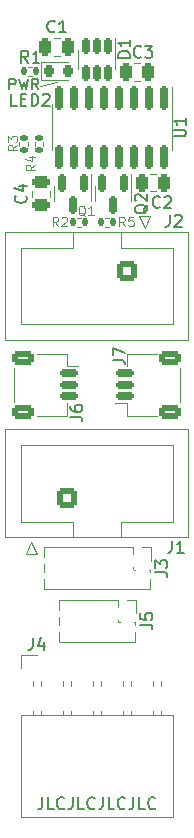
<source format=gto>
G04 #@! TF.GenerationSoftware,KiCad,Pcbnew,7.0.10*
G04 #@! TF.CreationDate,2024-01-06T05:40:09+01:00*
G04 #@! TF.ProjectId,universal-tc2030,756e6976-6572-4736-916c-2d7463323033,rev?*
G04 #@! TF.SameCoordinates,Original*
G04 #@! TF.FileFunction,Legend,Top*
G04 #@! TF.FilePolarity,Positive*
%FSLAX46Y46*%
G04 Gerber Fmt 4.6, Leading zero omitted, Abs format (unit mm)*
G04 Created by KiCad (PCBNEW 7.0.10) date 2024-01-06 05:40:09*
%MOMM*%
%LPD*%
G01*
G04 APERTURE LIST*
G04 Aperture macros list*
%AMRoundRect*
0 Rectangle with rounded corners*
0 $1 Rounding radius*
0 $2 $3 $4 $5 $6 $7 $8 $9 X,Y pos of 4 corners*
0 Add a 4 corners polygon primitive as box body*
4,1,4,$2,$3,$4,$5,$6,$7,$8,$9,$2,$3,0*
0 Add four circle primitives for the rounded corners*
1,1,$1+$1,$2,$3*
1,1,$1+$1,$4,$5*
1,1,$1+$1,$6,$7*
1,1,$1+$1,$8,$9*
0 Add four rect primitives between the rounded corners*
20,1,$1+$1,$2,$3,$4,$5,0*
20,1,$1+$1,$4,$5,$6,$7,0*
20,1,$1+$1,$6,$7,$8,$9,0*
20,1,$1+$1,$8,$9,$2,$3,0*%
G04 Aperture macros list end*
%ADD10C,0.150000*%
%ADD11C,0.120000*%
%ADD12C,0.135000*%
%ADD13R,1.700000X1.700000*%
%ADD14O,1.700000X1.700000*%
%ADD15C,0.500000*%
%ADD16RoundRect,0.150000X-0.150000X0.825000X-0.150000X-0.825000X0.150000X-0.825000X0.150000X0.825000X0*%
%ADD17RoundRect,0.150000X-0.150000X0.587500X-0.150000X-0.587500X0.150000X-0.587500X0.150000X0.587500X0*%
%ADD18RoundRect,0.135000X-0.135000X-0.185000X0.135000X-0.185000X0.135000X0.185000X-0.135000X0.185000X0*%
%ADD19RoundRect,0.250000X0.250000X0.475000X-0.250000X0.475000X-0.250000X-0.475000X0.250000X-0.475000X0*%
%ADD20R,1.000000X1.000000*%
%ADD21O,1.000000X1.000000*%
%ADD22R,0.600000X0.400000*%
%ADD23RoundRect,0.135000X0.185000X-0.135000X0.185000X0.135000X-0.185000X0.135000X-0.185000X-0.135000X0*%
%ADD24RoundRect,0.218750X-0.218750X-0.256250X0.218750X-0.256250X0.218750X0.256250X-0.218750X0.256250X0*%
%ADD25RoundRect,0.250000X0.600000X-0.600000X0.600000X0.600000X-0.600000X0.600000X-0.600000X-0.600000X0*%
%ADD26C,1.700000*%
%ADD27RoundRect,0.150000X-0.625000X0.150000X-0.625000X-0.150000X0.625000X-0.150000X0.625000X0.150000X0*%
%ADD28RoundRect,0.250000X-0.650000X0.350000X-0.650000X-0.350000X0.650000X-0.350000X0.650000X0.350000X0*%
%ADD29RoundRect,0.135000X0.135000X0.185000X-0.135000X0.185000X-0.135000X-0.185000X0.135000X-0.185000X0*%
%ADD30R,1.000000X7.410000*%
%ADD31R,1.000000X6.410000*%
%ADD32RoundRect,0.250000X-0.600000X0.600000X-0.600000X-0.600000X0.600000X-0.600000X0.600000X0.600000X0*%
%ADD33RoundRect,0.150000X-0.150000X0.512500X-0.150000X-0.512500X0.150000X-0.512500X0.150000X0.512500X0*%
%ADD34RoundRect,0.250000X0.475000X-0.250000X0.475000X0.250000X-0.475000X0.250000X-0.475000X-0.250000X0*%
%ADD35RoundRect,0.250000X-0.250000X-0.475000X0.250000X-0.475000X0.250000X0.475000X-0.250000X0.475000X0*%
%ADD36RoundRect,0.150000X0.625000X-0.150000X0.625000X0.150000X-0.625000X0.150000X-0.625000X-0.150000X0*%
%ADD37RoundRect,0.250000X0.650000X-0.350000X0.650000X0.350000X-0.650000X0.350000X-0.650000X-0.350000X0*%
G04 APERTURE END LIST*
D10*
X145380951Y-126269819D02*
X145380951Y-126984104D01*
X145380951Y-126984104D02*
X145333332Y-127126961D01*
X145333332Y-127126961D02*
X145238094Y-127222200D01*
X145238094Y-127222200D02*
X145095237Y-127269819D01*
X145095237Y-127269819D02*
X144999999Y-127269819D01*
X146333332Y-127269819D02*
X145857142Y-127269819D01*
X145857142Y-127269819D02*
X145857142Y-126269819D01*
X147238094Y-127174580D02*
X147190475Y-127222200D01*
X147190475Y-127222200D02*
X147047618Y-127269819D01*
X147047618Y-127269819D02*
X146952380Y-127269819D01*
X146952380Y-127269819D02*
X146809523Y-127222200D01*
X146809523Y-127222200D02*
X146714285Y-127126961D01*
X146714285Y-127126961D02*
X146666666Y-127031723D01*
X146666666Y-127031723D02*
X146619047Y-126841247D01*
X146619047Y-126841247D02*
X146619047Y-126698390D01*
X146619047Y-126698390D02*
X146666666Y-126507914D01*
X146666666Y-126507914D02*
X146714285Y-126412676D01*
X146714285Y-126412676D02*
X146809523Y-126317438D01*
X146809523Y-126317438D02*
X146952380Y-126269819D01*
X146952380Y-126269819D02*
X147047618Y-126269819D01*
X147047618Y-126269819D02*
X147190475Y-126317438D01*
X147190475Y-126317438D02*
X147238094Y-126365057D01*
X147952380Y-126269819D02*
X147952380Y-126984104D01*
X147952380Y-126984104D02*
X147904761Y-127126961D01*
X147904761Y-127126961D02*
X147809523Y-127222200D01*
X147809523Y-127222200D02*
X147666666Y-127269819D01*
X147666666Y-127269819D02*
X147571428Y-127269819D01*
X148904761Y-127269819D02*
X148428571Y-127269819D01*
X148428571Y-127269819D02*
X148428571Y-126269819D01*
X149809523Y-127174580D02*
X149761904Y-127222200D01*
X149761904Y-127222200D02*
X149619047Y-127269819D01*
X149619047Y-127269819D02*
X149523809Y-127269819D01*
X149523809Y-127269819D02*
X149380952Y-127222200D01*
X149380952Y-127222200D02*
X149285714Y-127126961D01*
X149285714Y-127126961D02*
X149238095Y-127031723D01*
X149238095Y-127031723D02*
X149190476Y-126841247D01*
X149190476Y-126841247D02*
X149190476Y-126698390D01*
X149190476Y-126698390D02*
X149238095Y-126507914D01*
X149238095Y-126507914D02*
X149285714Y-126412676D01*
X149285714Y-126412676D02*
X149380952Y-126317438D01*
X149380952Y-126317438D02*
X149523809Y-126269819D01*
X149523809Y-126269819D02*
X149619047Y-126269819D01*
X149619047Y-126269819D02*
X149761904Y-126317438D01*
X149761904Y-126317438D02*
X149809523Y-126365057D01*
X150523809Y-126269819D02*
X150523809Y-126984104D01*
X150523809Y-126984104D02*
X150476190Y-127126961D01*
X150476190Y-127126961D02*
X150380952Y-127222200D01*
X150380952Y-127222200D02*
X150238095Y-127269819D01*
X150238095Y-127269819D02*
X150142857Y-127269819D01*
X151476190Y-127269819D02*
X151000000Y-127269819D01*
X151000000Y-127269819D02*
X151000000Y-126269819D01*
X152380952Y-127174580D02*
X152333333Y-127222200D01*
X152333333Y-127222200D02*
X152190476Y-127269819D01*
X152190476Y-127269819D02*
X152095238Y-127269819D01*
X152095238Y-127269819D02*
X151952381Y-127222200D01*
X151952381Y-127222200D02*
X151857143Y-127126961D01*
X151857143Y-127126961D02*
X151809524Y-127031723D01*
X151809524Y-127031723D02*
X151761905Y-126841247D01*
X151761905Y-126841247D02*
X151761905Y-126698390D01*
X151761905Y-126698390D02*
X151809524Y-126507914D01*
X151809524Y-126507914D02*
X151857143Y-126412676D01*
X151857143Y-126412676D02*
X151952381Y-126317438D01*
X151952381Y-126317438D02*
X152095238Y-126269819D01*
X152095238Y-126269819D02*
X152190476Y-126269819D01*
X152190476Y-126269819D02*
X152333333Y-126317438D01*
X152333333Y-126317438D02*
X152380952Y-126365057D01*
X153095238Y-126269819D02*
X153095238Y-126984104D01*
X153095238Y-126984104D02*
X153047619Y-127126961D01*
X153047619Y-127126961D02*
X152952381Y-127222200D01*
X152952381Y-127222200D02*
X152809524Y-127269819D01*
X152809524Y-127269819D02*
X152714286Y-127269819D01*
X154047619Y-127269819D02*
X153571429Y-127269819D01*
X153571429Y-127269819D02*
X153571429Y-126269819D01*
X154952381Y-127174580D02*
X154904762Y-127222200D01*
X154904762Y-127222200D02*
X154761905Y-127269819D01*
X154761905Y-127269819D02*
X154666667Y-127269819D01*
X154666667Y-127269819D02*
X154523810Y-127222200D01*
X154523810Y-127222200D02*
X154428572Y-127126961D01*
X154428572Y-127126961D02*
X154380953Y-127031723D01*
X154380953Y-127031723D02*
X154333334Y-126841247D01*
X154333334Y-126841247D02*
X154333334Y-126698390D01*
X154333334Y-126698390D02*
X154380953Y-126507914D01*
X154380953Y-126507914D02*
X154428572Y-126412676D01*
X154428572Y-126412676D02*
X154523810Y-126317438D01*
X154523810Y-126317438D02*
X154666667Y-126269819D01*
X154666667Y-126269819D02*
X154761905Y-126269819D01*
X154761905Y-126269819D02*
X154904762Y-126317438D01*
X154904762Y-126317438D02*
X154952381Y-126365057D01*
D11*
X145200000Y-66000000D02*
X146600000Y-65700000D01*
D12*
X142603100Y-66335837D02*
X142603100Y-65435837D01*
X142603100Y-65435837D02*
X142945957Y-65435837D01*
X142945957Y-65435837D02*
X143031672Y-65478694D01*
X143031672Y-65478694D02*
X143074529Y-65521551D01*
X143074529Y-65521551D02*
X143117386Y-65607265D01*
X143117386Y-65607265D02*
X143117386Y-65735837D01*
X143117386Y-65735837D02*
X143074529Y-65821551D01*
X143074529Y-65821551D02*
X143031672Y-65864408D01*
X143031672Y-65864408D02*
X142945957Y-65907265D01*
X142945957Y-65907265D02*
X142603100Y-65907265D01*
X143417386Y-65435837D02*
X143631672Y-66335837D01*
X143631672Y-66335837D02*
X143803100Y-65692980D01*
X143803100Y-65692980D02*
X143974529Y-66335837D01*
X143974529Y-66335837D02*
X144188815Y-65435837D01*
X145045957Y-66335837D02*
X144745957Y-65907265D01*
X144531671Y-66335837D02*
X144531671Y-65435837D01*
X144531671Y-65435837D02*
X144874528Y-65435837D01*
X144874528Y-65435837D02*
X144960243Y-65478694D01*
X144960243Y-65478694D02*
X145003100Y-65521551D01*
X145003100Y-65521551D02*
X145045957Y-65607265D01*
X145045957Y-65607265D02*
X145045957Y-65735837D01*
X145045957Y-65735837D02*
X145003100Y-65821551D01*
X145003100Y-65821551D02*
X144960243Y-65864408D01*
X144960243Y-65864408D02*
X144874528Y-65907265D01*
X144874528Y-65907265D02*
X144531671Y-65907265D01*
D10*
X144586666Y-112754819D02*
X144586666Y-113469104D01*
X144586666Y-113469104D02*
X144539047Y-113611961D01*
X144539047Y-113611961D02*
X144443809Y-113707200D01*
X144443809Y-113707200D02*
X144300952Y-113754819D01*
X144300952Y-113754819D02*
X144205714Y-113754819D01*
X145491428Y-113088152D02*
X145491428Y-113754819D01*
X145253333Y-112707200D02*
X145015238Y-113421485D01*
X145015238Y-113421485D02*
X145634285Y-113421485D01*
X156524819Y-70311904D02*
X157334342Y-70311904D01*
X157334342Y-70311904D02*
X157429580Y-70264285D01*
X157429580Y-70264285D02*
X157477200Y-70216666D01*
X157477200Y-70216666D02*
X157524819Y-70121428D01*
X157524819Y-70121428D02*
X157524819Y-69930952D01*
X157524819Y-69930952D02*
X157477200Y-69835714D01*
X157477200Y-69835714D02*
X157429580Y-69788095D01*
X157429580Y-69788095D02*
X157334342Y-69740476D01*
X157334342Y-69740476D02*
X156524819Y-69740476D01*
X157524819Y-68740476D02*
X157524819Y-69311904D01*
X157524819Y-69026190D02*
X156524819Y-69026190D01*
X156524819Y-69026190D02*
X156667676Y-69121428D01*
X156667676Y-69121428D02*
X156762914Y-69216666D01*
X156762914Y-69216666D02*
X156810533Y-69311904D01*
X154315057Y-76095238D02*
X154267438Y-76190476D01*
X154267438Y-76190476D02*
X154172200Y-76285714D01*
X154172200Y-76285714D02*
X154029342Y-76428571D01*
X154029342Y-76428571D02*
X153981723Y-76523809D01*
X153981723Y-76523809D02*
X153981723Y-76619047D01*
X154219819Y-76571428D02*
X154172200Y-76666666D01*
X154172200Y-76666666D02*
X154076961Y-76761904D01*
X154076961Y-76761904D02*
X153886485Y-76809523D01*
X153886485Y-76809523D02*
X153553152Y-76809523D01*
X153553152Y-76809523D02*
X153362676Y-76761904D01*
X153362676Y-76761904D02*
X153267438Y-76666666D01*
X153267438Y-76666666D02*
X153219819Y-76571428D01*
X153219819Y-76571428D02*
X153219819Y-76380952D01*
X153219819Y-76380952D02*
X153267438Y-76285714D01*
X153267438Y-76285714D02*
X153362676Y-76190476D01*
X153362676Y-76190476D02*
X153553152Y-76142857D01*
X153553152Y-76142857D02*
X153886485Y-76142857D01*
X153886485Y-76142857D02*
X154076961Y-76190476D01*
X154076961Y-76190476D02*
X154172200Y-76285714D01*
X154172200Y-76285714D02*
X154219819Y-76380952D01*
X154219819Y-76380952D02*
X154219819Y-76571428D01*
X153315057Y-75761904D02*
X153267438Y-75714285D01*
X153267438Y-75714285D02*
X153219819Y-75619047D01*
X153219819Y-75619047D02*
X153219819Y-75380952D01*
X153219819Y-75380952D02*
X153267438Y-75285714D01*
X153267438Y-75285714D02*
X153315057Y-75238095D01*
X153315057Y-75238095D02*
X153410295Y-75190476D01*
X153410295Y-75190476D02*
X153505533Y-75190476D01*
X153505533Y-75190476D02*
X153648390Y-75238095D01*
X153648390Y-75238095D02*
X154219819Y-75809523D01*
X154219819Y-75809523D02*
X154219819Y-75190476D01*
D11*
X152356566Y-77923855D02*
X152089899Y-77542902D01*
X151899423Y-77923855D02*
X151899423Y-77123855D01*
X151899423Y-77123855D02*
X152204185Y-77123855D01*
X152204185Y-77123855D02*
X152280375Y-77161950D01*
X152280375Y-77161950D02*
X152318470Y-77200045D01*
X152318470Y-77200045D02*
X152356566Y-77276236D01*
X152356566Y-77276236D02*
X152356566Y-77390521D01*
X152356566Y-77390521D02*
X152318470Y-77466712D01*
X152318470Y-77466712D02*
X152280375Y-77504807D01*
X152280375Y-77504807D02*
X152204185Y-77542902D01*
X152204185Y-77542902D02*
X151899423Y-77542902D01*
X153080375Y-77123855D02*
X152699423Y-77123855D01*
X152699423Y-77123855D02*
X152661327Y-77504807D01*
X152661327Y-77504807D02*
X152699423Y-77466712D01*
X152699423Y-77466712D02*
X152775613Y-77428617D01*
X152775613Y-77428617D02*
X152966089Y-77428617D01*
X152966089Y-77428617D02*
X153042280Y-77466712D01*
X153042280Y-77466712D02*
X153080375Y-77504807D01*
X153080375Y-77504807D02*
X153118470Y-77580998D01*
X153118470Y-77580998D02*
X153118470Y-77771474D01*
X153118470Y-77771474D02*
X153080375Y-77847664D01*
X153080375Y-77847664D02*
X153042280Y-77885760D01*
X153042280Y-77885760D02*
X152966089Y-77923855D01*
X152966089Y-77923855D02*
X152775613Y-77923855D01*
X152775613Y-77923855D02*
X152699423Y-77885760D01*
X152699423Y-77885760D02*
X152661327Y-77847664D01*
D10*
X155333333Y-76269580D02*
X155285714Y-76317200D01*
X155285714Y-76317200D02*
X155142857Y-76364819D01*
X155142857Y-76364819D02*
X155047619Y-76364819D01*
X155047619Y-76364819D02*
X154904762Y-76317200D01*
X154904762Y-76317200D02*
X154809524Y-76221961D01*
X154809524Y-76221961D02*
X154761905Y-76126723D01*
X154761905Y-76126723D02*
X154714286Y-75936247D01*
X154714286Y-75936247D02*
X154714286Y-75793390D01*
X154714286Y-75793390D02*
X154761905Y-75602914D01*
X154761905Y-75602914D02*
X154809524Y-75507676D01*
X154809524Y-75507676D02*
X154904762Y-75412438D01*
X154904762Y-75412438D02*
X155047619Y-75364819D01*
X155047619Y-75364819D02*
X155142857Y-75364819D01*
X155142857Y-75364819D02*
X155285714Y-75412438D01*
X155285714Y-75412438D02*
X155333333Y-75460057D01*
X155714286Y-75460057D02*
X155761905Y-75412438D01*
X155761905Y-75412438D02*
X155857143Y-75364819D01*
X155857143Y-75364819D02*
X156095238Y-75364819D01*
X156095238Y-75364819D02*
X156190476Y-75412438D01*
X156190476Y-75412438D02*
X156238095Y-75460057D01*
X156238095Y-75460057D02*
X156285714Y-75555295D01*
X156285714Y-75555295D02*
X156285714Y-75650533D01*
X156285714Y-75650533D02*
X156238095Y-75793390D01*
X156238095Y-75793390D02*
X155666667Y-76364819D01*
X155666667Y-76364819D02*
X156285714Y-76364819D01*
D11*
X149023809Y-77040045D02*
X148947619Y-77001950D01*
X148947619Y-77001950D02*
X148871428Y-76925760D01*
X148871428Y-76925760D02*
X148757142Y-76811474D01*
X148757142Y-76811474D02*
X148680952Y-76773379D01*
X148680952Y-76773379D02*
X148604761Y-76773379D01*
X148642857Y-76963855D02*
X148566666Y-76925760D01*
X148566666Y-76925760D02*
X148490476Y-76849569D01*
X148490476Y-76849569D02*
X148452380Y-76697188D01*
X148452380Y-76697188D02*
X148452380Y-76430521D01*
X148452380Y-76430521D02*
X148490476Y-76278140D01*
X148490476Y-76278140D02*
X148566666Y-76201950D01*
X148566666Y-76201950D02*
X148642857Y-76163855D01*
X148642857Y-76163855D02*
X148795238Y-76163855D01*
X148795238Y-76163855D02*
X148871428Y-76201950D01*
X148871428Y-76201950D02*
X148947619Y-76278140D01*
X148947619Y-76278140D02*
X148985714Y-76430521D01*
X148985714Y-76430521D02*
X148985714Y-76697188D01*
X148985714Y-76697188D02*
X148947619Y-76849569D01*
X148947619Y-76849569D02*
X148871428Y-76925760D01*
X148871428Y-76925760D02*
X148795238Y-76963855D01*
X148795238Y-76963855D02*
X148642857Y-76963855D01*
X149747618Y-76963855D02*
X149290475Y-76963855D01*
X149519047Y-76963855D02*
X149519047Y-76163855D01*
X149519047Y-76163855D02*
X149442856Y-76278140D01*
X149442856Y-76278140D02*
X149366666Y-76354331D01*
X149366666Y-76354331D02*
X149290475Y-76392426D01*
D10*
X154959819Y-107198333D02*
X155674104Y-107198333D01*
X155674104Y-107198333D02*
X155816961Y-107245952D01*
X155816961Y-107245952D02*
X155912200Y-107341190D01*
X155912200Y-107341190D02*
X155959819Y-107484047D01*
X155959819Y-107484047D02*
X155959819Y-107579285D01*
X154959819Y-106817380D02*
X154959819Y-106198333D01*
X154959819Y-106198333D02*
X155340771Y-106531666D01*
X155340771Y-106531666D02*
X155340771Y-106388809D01*
X155340771Y-106388809D02*
X155388390Y-106293571D01*
X155388390Y-106293571D02*
X155436009Y-106245952D01*
X155436009Y-106245952D02*
X155531247Y-106198333D01*
X155531247Y-106198333D02*
X155769342Y-106198333D01*
X155769342Y-106198333D02*
X155864580Y-106245952D01*
X155864580Y-106245952D02*
X155912200Y-106293571D01*
X155912200Y-106293571D02*
X155959819Y-106388809D01*
X155959819Y-106388809D02*
X155959819Y-106674523D01*
X155959819Y-106674523D02*
X155912200Y-106769761D01*
X155912200Y-106769761D02*
X155864580Y-106817380D01*
X143230952Y-67704819D02*
X142754762Y-67704819D01*
X142754762Y-67704819D02*
X142754762Y-66704819D01*
X143564286Y-67181009D02*
X143897619Y-67181009D01*
X144040476Y-67704819D02*
X143564286Y-67704819D01*
X143564286Y-67704819D02*
X143564286Y-66704819D01*
X143564286Y-66704819D02*
X144040476Y-66704819D01*
X144469048Y-67704819D02*
X144469048Y-66704819D01*
X144469048Y-66704819D02*
X144707143Y-66704819D01*
X144707143Y-66704819D02*
X144850000Y-66752438D01*
X144850000Y-66752438D02*
X144945238Y-66847676D01*
X144945238Y-66847676D02*
X144992857Y-66942914D01*
X144992857Y-66942914D02*
X145040476Y-67133390D01*
X145040476Y-67133390D02*
X145040476Y-67276247D01*
X145040476Y-67276247D02*
X144992857Y-67466723D01*
X144992857Y-67466723D02*
X144945238Y-67561961D01*
X144945238Y-67561961D02*
X144850000Y-67657200D01*
X144850000Y-67657200D02*
X144707143Y-67704819D01*
X144707143Y-67704819D02*
X144469048Y-67704819D01*
X145421429Y-66800057D02*
X145469048Y-66752438D01*
X145469048Y-66752438D02*
X145564286Y-66704819D01*
X145564286Y-66704819D02*
X145802381Y-66704819D01*
X145802381Y-66704819D02*
X145897619Y-66752438D01*
X145897619Y-66752438D02*
X145945238Y-66800057D01*
X145945238Y-66800057D02*
X145992857Y-66895295D01*
X145992857Y-66895295D02*
X145992857Y-66990533D01*
X145992857Y-66990533D02*
X145945238Y-67133390D01*
X145945238Y-67133390D02*
X145373810Y-67704819D01*
X145373810Y-67704819D02*
X145992857Y-67704819D01*
D11*
X144763855Y-72733332D02*
X144382902Y-72999999D01*
X144763855Y-73190475D02*
X143963855Y-73190475D01*
X143963855Y-73190475D02*
X143963855Y-72885713D01*
X143963855Y-72885713D02*
X144001950Y-72809523D01*
X144001950Y-72809523D02*
X144040045Y-72771428D01*
X144040045Y-72771428D02*
X144116236Y-72733332D01*
X144116236Y-72733332D02*
X144230521Y-72733332D01*
X144230521Y-72733332D02*
X144306712Y-72771428D01*
X144306712Y-72771428D02*
X144344807Y-72809523D01*
X144344807Y-72809523D02*
X144382902Y-72885713D01*
X144382902Y-72885713D02*
X144382902Y-73190475D01*
X144230521Y-72047618D02*
X144763855Y-72047618D01*
X143925760Y-72238094D02*
X144497188Y-72428571D01*
X144497188Y-72428571D02*
X144497188Y-71933332D01*
D10*
X156366666Y-104554819D02*
X156366666Y-105269104D01*
X156366666Y-105269104D02*
X156319047Y-105411961D01*
X156319047Y-105411961D02*
X156223809Y-105507200D01*
X156223809Y-105507200D02*
X156080952Y-105554819D01*
X156080952Y-105554819D02*
X155985714Y-105554819D01*
X157366666Y-105554819D02*
X156795238Y-105554819D01*
X157080952Y-105554819D02*
X157080952Y-104554819D01*
X157080952Y-104554819D02*
X156985714Y-104697676D01*
X156985714Y-104697676D02*
X156890476Y-104792914D01*
X156890476Y-104792914D02*
X156795238Y-104840533D01*
X147754819Y-94033333D02*
X148469104Y-94033333D01*
X148469104Y-94033333D02*
X148611961Y-94080952D01*
X148611961Y-94080952D02*
X148707200Y-94176190D01*
X148707200Y-94176190D02*
X148754819Y-94319047D01*
X148754819Y-94319047D02*
X148754819Y-94414285D01*
X147754819Y-93128571D02*
X147754819Y-93319047D01*
X147754819Y-93319047D02*
X147802438Y-93414285D01*
X147802438Y-93414285D02*
X147850057Y-93461904D01*
X147850057Y-93461904D02*
X147992914Y-93557142D01*
X147992914Y-93557142D02*
X148183390Y-93604761D01*
X148183390Y-93604761D02*
X148564342Y-93604761D01*
X148564342Y-93604761D02*
X148659580Y-93557142D01*
X148659580Y-93557142D02*
X148707200Y-93509523D01*
X148707200Y-93509523D02*
X148754819Y-93414285D01*
X148754819Y-93414285D02*
X148754819Y-93223809D01*
X148754819Y-93223809D02*
X148707200Y-93128571D01*
X148707200Y-93128571D02*
X148659580Y-93080952D01*
X148659580Y-93080952D02*
X148564342Y-93033333D01*
X148564342Y-93033333D02*
X148326247Y-93033333D01*
X148326247Y-93033333D02*
X148231009Y-93080952D01*
X148231009Y-93080952D02*
X148183390Y-93128571D01*
X148183390Y-93128571D02*
X148135771Y-93223809D01*
X148135771Y-93223809D02*
X148135771Y-93414285D01*
X148135771Y-93414285D02*
X148183390Y-93509523D01*
X148183390Y-93509523D02*
X148231009Y-93557142D01*
X148231009Y-93557142D02*
X148326247Y-93604761D01*
D11*
X146706767Y-77923855D02*
X146440100Y-77542902D01*
X146249624Y-77923855D02*
X146249624Y-77123855D01*
X146249624Y-77123855D02*
X146554386Y-77123855D01*
X146554386Y-77123855D02*
X146630576Y-77161950D01*
X146630576Y-77161950D02*
X146668671Y-77200045D01*
X146668671Y-77200045D02*
X146706767Y-77276236D01*
X146706767Y-77276236D02*
X146706767Y-77390521D01*
X146706767Y-77390521D02*
X146668671Y-77466712D01*
X146668671Y-77466712D02*
X146630576Y-77504807D01*
X146630576Y-77504807D02*
X146554386Y-77542902D01*
X146554386Y-77542902D02*
X146249624Y-77542902D01*
X147011528Y-77200045D02*
X147049624Y-77161950D01*
X147049624Y-77161950D02*
X147125814Y-77123855D01*
X147125814Y-77123855D02*
X147316290Y-77123855D01*
X147316290Y-77123855D02*
X147392481Y-77161950D01*
X147392481Y-77161950D02*
X147430576Y-77200045D01*
X147430576Y-77200045D02*
X147468671Y-77276236D01*
X147468671Y-77276236D02*
X147468671Y-77352426D01*
X147468671Y-77352426D02*
X147430576Y-77466712D01*
X147430576Y-77466712D02*
X146973433Y-77923855D01*
X146973433Y-77923855D02*
X147468671Y-77923855D01*
D10*
X153689819Y-111648333D02*
X154404104Y-111648333D01*
X154404104Y-111648333D02*
X154546961Y-111695952D01*
X154546961Y-111695952D02*
X154642200Y-111791190D01*
X154642200Y-111791190D02*
X154689819Y-111934047D01*
X154689819Y-111934047D02*
X154689819Y-112029285D01*
X153689819Y-110695952D02*
X153689819Y-111172142D01*
X153689819Y-111172142D02*
X154166009Y-111219761D01*
X154166009Y-111219761D02*
X154118390Y-111172142D01*
X154118390Y-111172142D02*
X154070771Y-111076904D01*
X154070771Y-111076904D02*
X154070771Y-110838809D01*
X154070771Y-110838809D02*
X154118390Y-110743571D01*
X154118390Y-110743571D02*
X154166009Y-110695952D01*
X154166009Y-110695952D02*
X154261247Y-110648333D01*
X154261247Y-110648333D02*
X154499342Y-110648333D01*
X154499342Y-110648333D02*
X154594580Y-110695952D01*
X154594580Y-110695952D02*
X154642200Y-110743571D01*
X154642200Y-110743571D02*
X154689819Y-110838809D01*
X154689819Y-110838809D02*
X154689819Y-111076904D01*
X154689819Y-111076904D02*
X154642200Y-111172142D01*
X154642200Y-111172142D02*
X154594580Y-111219761D01*
X144185833Y-64064819D02*
X143852500Y-63588628D01*
X143614405Y-64064819D02*
X143614405Y-63064819D01*
X143614405Y-63064819D02*
X143995357Y-63064819D01*
X143995357Y-63064819D02*
X144090595Y-63112438D01*
X144090595Y-63112438D02*
X144138214Y-63160057D01*
X144138214Y-63160057D02*
X144185833Y-63255295D01*
X144185833Y-63255295D02*
X144185833Y-63398152D01*
X144185833Y-63398152D02*
X144138214Y-63493390D01*
X144138214Y-63493390D02*
X144090595Y-63541009D01*
X144090595Y-63541009D02*
X143995357Y-63588628D01*
X143995357Y-63588628D02*
X143614405Y-63588628D01*
X145138214Y-64064819D02*
X144566786Y-64064819D01*
X144852500Y-64064819D02*
X144852500Y-63064819D01*
X144852500Y-63064819D02*
X144757262Y-63207676D01*
X144757262Y-63207676D02*
X144662024Y-63302914D01*
X144662024Y-63302914D02*
X144566786Y-63350533D01*
D11*
X143263855Y-71033332D02*
X142882902Y-71299999D01*
X143263855Y-71490475D02*
X142463855Y-71490475D01*
X142463855Y-71490475D02*
X142463855Y-71185713D01*
X142463855Y-71185713D02*
X142501950Y-71109523D01*
X142501950Y-71109523D02*
X142540045Y-71071428D01*
X142540045Y-71071428D02*
X142616236Y-71033332D01*
X142616236Y-71033332D02*
X142730521Y-71033332D01*
X142730521Y-71033332D02*
X142806712Y-71071428D01*
X142806712Y-71071428D02*
X142844807Y-71109523D01*
X142844807Y-71109523D02*
X142882902Y-71185713D01*
X142882902Y-71185713D02*
X142882902Y-71490475D01*
X142463855Y-70766666D02*
X142463855Y-70271428D01*
X142463855Y-70271428D02*
X142768617Y-70538094D01*
X142768617Y-70538094D02*
X142768617Y-70423809D01*
X142768617Y-70423809D02*
X142806712Y-70347618D01*
X142806712Y-70347618D02*
X142844807Y-70309523D01*
X142844807Y-70309523D02*
X142920998Y-70271428D01*
X142920998Y-70271428D02*
X143111474Y-70271428D01*
X143111474Y-70271428D02*
X143187664Y-70309523D01*
X143187664Y-70309523D02*
X143225760Y-70347618D01*
X143225760Y-70347618D02*
X143263855Y-70423809D01*
X143263855Y-70423809D02*
X143263855Y-70652380D01*
X143263855Y-70652380D02*
X143225760Y-70728571D01*
X143225760Y-70728571D02*
X143187664Y-70766666D01*
D10*
X156166666Y-76954819D02*
X156166666Y-77669104D01*
X156166666Y-77669104D02*
X156119047Y-77811961D01*
X156119047Y-77811961D02*
X156023809Y-77907200D01*
X156023809Y-77907200D02*
X155880952Y-77954819D01*
X155880952Y-77954819D02*
X155785714Y-77954819D01*
X156595238Y-77050057D02*
X156642857Y-77002438D01*
X156642857Y-77002438D02*
X156738095Y-76954819D01*
X156738095Y-76954819D02*
X156976190Y-76954819D01*
X156976190Y-76954819D02*
X157071428Y-77002438D01*
X157071428Y-77002438D02*
X157119047Y-77050057D01*
X157119047Y-77050057D02*
X157166666Y-77145295D01*
X157166666Y-77145295D02*
X157166666Y-77240533D01*
X157166666Y-77240533D02*
X157119047Y-77383390D01*
X157119047Y-77383390D02*
X156547619Y-77954819D01*
X156547619Y-77954819D02*
X157166666Y-77954819D01*
X152799819Y-63638094D02*
X151799819Y-63638094D01*
X151799819Y-63638094D02*
X151799819Y-63399999D01*
X151799819Y-63399999D02*
X151847438Y-63257142D01*
X151847438Y-63257142D02*
X151942676Y-63161904D01*
X151942676Y-63161904D02*
X152037914Y-63114285D01*
X152037914Y-63114285D02*
X152228390Y-63066666D01*
X152228390Y-63066666D02*
X152371247Y-63066666D01*
X152371247Y-63066666D02*
X152561723Y-63114285D01*
X152561723Y-63114285D02*
X152656961Y-63161904D01*
X152656961Y-63161904D02*
X152752200Y-63257142D01*
X152752200Y-63257142D02*
X152799819Y-63399999D01*
X152799819Y-63399999D02*
X152799819Y-63638094D01*
X152799819Y-62114285D02*
X152799819Y-62685713D01*
X152799819Y-62399999D02*
X151799819Y-62399999D01*
X151799819Y-62399999D02*
X151942676Y-62495237D01*
X151942676Y-62495237D02*
X152037914Y-62590475D01*
X152037914Y-62590475D02*
X152085533Y-62685713D01*
X143964580Y-75324166D02*
X144012200Y-75371785D01*
X144012200Y-75371785D02*
X144059819Y-75514642D01*
X144059819Y-75514642D02*
X144059819Y-75609880D01*
X144059819Y-75609880D02*
X144012200Y-75752737D01*
X144012200Y-75752737D02*
X143916961Y-75847975D01*
X143916961Y-75847975D02*
X143821723Y-75895594D01*
X143821723Y-75895594D02*
X143631247Y-75943213D01*
X143631247Y-75943213D02*
X143488390Y-75943213D01*
X143488390Y-75943213D02*
X143297914Y-75895594D01*
X143297914Y-75895594D02*
X143202676Y-75847975D01*
X143202676Y-75847975D02*
X143107438Y-75752737D01*
X143107438Y-75752737D02*
X143059819Y-75609880D01*
X143059819Y-75609880D02*
X143059819Y-75514642D01*
X143059819Y-75514642D02*
X143107438Y-75371785D01*
X143107438Y-75371785D02*
X143155057Y-75324166D01*
X143393152Y-74467023D02*
X144059819Y-74467023D01*
X143012200Y-74705118D02*
X143726485Y-74943213D01*
X143726485Y-74943213D02*
X143726485Y-74324166D01*
X153733333Y-63549580D02*
X153685714Y-63597200D01*
X153685714Y-63597200D02*
X153542857Y-63644819D01*
X153542857Y-63644819D02*
X153447619Y-63644819D01*
X153447619Y-63644819D02*
X153304762Y-63597200D01*
X153304762Y-63597200D02*
X153209524Y-63501961D01*
X153209524Y-63501961D02*
X153161905Y-63406723D01*
X153161905Y-63406723D02*
X153114286Y-63216247D01*
X153114286Y-63216247D02*
X153114286Y-63073390D01*
X153114286Y-63073390D02*
X153161905Y-62882914D01*
X153161905Y-62882914D02*
X153209524Y-62787676D01*
X153209524Y-62787676D02*
X153304762Y-62692438D01*
X153304762Y-62692438D02*
X153447619Y-62644819D01*
X153447619Y-62644819D02*
X153542857Y-62644819D01*
X153542857Y-62644819D02*
X153685714Y-62692438D01*
X153685714Y-62692438D02*
X153733333Y-62740057D01*
X154066667Y-62644819D02*
X154685714Y-62644819D01*
X154685714Y-62644819D02*
X154352381Y-63025771D01*
X154352381Y-63025771D02*
X154495238Y-63025771D01*
X154495238Y-63025771D02*
X154590476Y-63073390D01*
X154590476Y-63073390D02*
X154638095Y-63121009D01*
X154638095Y-63121009D02*
X154685714Y-63216247D01*
X154685714Y-63216247D02*
X154685714Y-63454342D01*
X154685714Y-63454342D02*
X154638095Y-63549580D01*
X154638095Y-63549580D02*
X154590476Y-63597200D01*
X154590476Y-63597200D02*
X154495238Y-63644819D01*
X154495238Y-63644819D02*
X154209524Y-63644819D01*
X154209524Y-63644819D02*
X154114286Y-63597200D01*
X154114286Y-63597200D02*
X154066667Y-63549580D01*
X151354819Y-89233333D02*
X152069104Y-89233333D01*
X152069104Y-89233333D02*
X152211961Y-89280952D01*
X152211961Y-89280952D02*
X152307200Y-89376190D01*
X152307200Y-89376190D02*
X152354819Y-89519047D01*
X152354819Y-89519047D02*
X152354819Y-89614285D01*
X151354819Y-88852380D02*
X151354819Y-88185714D01*
X151354819Y-88185714D02*
X152354819Y-88614285D01*
X146433333Y-61409580D02*
X146385714Y-61457200D01*
X146385714Y-61457200D02*
X146242857Y-61504819D01*
X146242857Y-61504819D02*
X146147619Y-61504819D01*
X146147619Y-61504819D02*
X146004762Y-61457200D01*
X146004762Y-61457200D02*
X145909524Y-61361961D01*
X145909524Y-61361961D02*
X145861905Y-61266723D01*
X145861905Y-61266723D02*
X145814286Y-61076247D01*
X145814286Y-61076247D02*
X145814286Y-60933390D01*
X145814286Y-60933390D02*
X145861905Y-60742914D01*
X145861905Y-60742914D02*
X145909524Y-60647676D01*
X145909524Y-60647676D02*
X146004762Y-60552438D01*
X146004762Y-60552438D02*
X146147619Y-60504819D01*
X146147619Y-60504819D02*
X146242857Y-60504819D01*
X146242857Y-60504819D02*
X146385714Y-60552438D01*
X146385714Y-60552438D02*
X146433333Y-60600057D01*
X147385714Y-61504819D02*
X146814286Y-61504819D01*
X147100000Y-61504819D02*
X147100000Y-60504819D01*
X147100000Y-60504819D02*
X147004762Y-60647676D01*
X147004762Y-60647676D02*
X146909524Y-60742914D01*
X146909524Y-60742914D02*
X146814286Y-60790533D01*
D11*
X143590000Y-127960000D02*
X156410000Y-127960000D01*
X143590000Y-127960000D02*
X143590000Y-119330000D01*
X156410000Y-127960000D02*
X156410000Y-119330000D01*
X143590000Y-119330000D02*
X156410000Y-119330000D01*
X144560000Y-119330000D02*
X144560000Y-118920000D01*
X145280000Y-119330000D02*
X145280000Y-118920000D01*
X147100000Y-119330000D02*
X147100000Y-118920000D01*
X147820000Y-119330000D02*
X147820000Y-118920000D01*
X149640000Y-119330000D02*
X149640000Y-118920000D01*
X150360000Y-119330000D02*
X150360000Y-118920000D01*
X152180000Y-119330000D02*
X152180000Y-118920000D01*
X152900000Y-119330000D02*
X152900000Y-118920000D01*
X154720000Y-119330000D02*
X154720000Y-118920000D01*
X155440000Y-119330000D02*
X155440000Y-118920000D01*
X144560000Y-116820000D02*
X144560000Y-116440000D01*
X145280000Y-116820000D02*
X145280000Y-116440000D01*
X147100000Y-116820000D02*
X147100000Y-116380000D01*
X147820000Y-116820000D02*
X147820000Y-116380000D01*
X149640000Y-116820000D02*
X149640000Y-116380000D01*
X150360000Y-116820000D02*
X150360000Y-116380000D01*
X152180000Y-116820000D02*
X152180000Y-116380000D01*
X152900000Y-116820000D02*
X152900000Y-116380000D01*
X154720000Y-116820000D02*
X154720000Y-116380000D01*
X155440000Y-116820000D02*
X155440000Y-116380000D01*
X143590000Y-115330000D02*
X143590000Y-114220000D01*
X143590000Y-114220000D02*
X144920000Y-114220000D01*
X156330000Y-69550000D02*
X156330000Y-66100000D01*
X156330000Y-69550000D02*
X156330000Y-71500000D01*
X146210000Y-69550000D02*
X146210000Y-67600000D01*
X146210000Y-69550000D02*
X146210000Y-71500000D01*
X152925000Y-75170000D02*
X152925000Y-73495000D01*
X152925000Y-75170000D02*
X152925000Y-75820000D01*
X149805000Y-75170000D02*
X149805000Y-74520000D01*
X149805000Y-75170000D02*
X149805000Y-75820000D01*
X150701359Y-77180000D02*
X151008641Y-77180000D01*
X150701359Y-77940000D02*
X151008641Y-77940000D01*
X155026252Y-74965000D02*
X154503748Y-74965000D01*
X155026252Y-73495000D02*
X154503748Y-73495000D01*
X149525000Y-75170000D02*
X149525000Y-73495000D01*
X149525000Y-75170000D02*
X149525000Y-75820000D01*
X146405000Y-75170000D02*
X146405000Y-74520000D01*
X146405000Y-75170000D02*
X146405000Y-75820000D01*
X154570000Y-105100000D02*
X154570000Y-106230000D01*
X153810000Y-105100000D02*
X154570000Y-105100000D01*
X153050000Y-105100000D02*
X145495000Y-105100000D01*
X153050000Y-105100000D02*
X153050000Y-105666529D01*
X145495000Y-105100000D02*
X145495000Y-105922470D01*
X145495000Y-106537530D02*
X145495000Y-107192470D01*
X153050000Y-106793471D02*
X153050000Y-106936529D01*
X154505000Y-106990000D02*
X154505000Y-107192470D01*
X154373471Y-106990000D02*
X154505000Y-106990000D01*
X153103471Y-106990000D02*
X153246529Y-106990000D01*
X154505000Y-107807530D02*
X154505000Y-108630000D01*
X145495000Y-107807530D02*
X145495000Y-108630000D01*
X154505000Y-108630000D02*
X145495000Y-108630000D01*
X144720000Y-71083641D02*
X144720000Y-70776359D01*
X145480000Y-71083641D02*
X145480000Y-70776359D01*
X145277500Y-64045000D02*
X145277500Y-65515000D01*
X145277500Y-65515000D02*
X147562500Y-65515000D01*
X147562500Y-64045000D02*
X145277500Y-64045000D01*
X143960000Y-105630000D02*
X144960000Y-105630000D01*
X144960000Y-105630000D02*
X144460000Y-104630000D01*
X144460000Y-104630000D02*
X143960000Y-105630000D01*
X142250000Y-104240000D02*
X142250000Y-95120000D01*
X147950000Y-104240000D02*
X147950000Y-102930000D01*
X157750000Y-104240000D02*
X142250000Y-104240000D01*
X143550000Y-102930000D02*
X143550000Y-96430000D01*
X147950000Y-102930000D02*
X143550000Y-102930000D01*
X152050000Y-102930000D02*
X152050000Y-104240000D01*
X152050000Y-102930000D02*
X152050000Y-102930000D01*
X156450000Y-102930000D02*
X152050000Y-102930000D01*
X143550000Y-96430000D02*
X156450000Y-96430000D01*
X156450000Y-96430000D02*
X156450000Y-102930000D01*
X142250000Y-95120000D02*
X157750000Y-95120000D01*
X157750000Y-95120000D02*
X157750000Y-104240000D01*
X147440000Y-88720000D02*
X147440000Y-89770000D01*
X144940000Y-88720000D02*
X147440000Y-88720000D01*
X147440000Y-89770000D02*
X148430000Y-89770000D01*
X142970000Y-89890000D02*
X142970000Y-92770000D01*
X147440000Y-93940000D02*
X147440000Y-92890000D01*
X144940000Y-93940000D02*
X147440000Y-93940000D01*
X148628641Y-77940000D02*
X148321359Y-77940000D01*
X148628641Y-77180000D02*
X148321359Y-77180000D01*
X153300000Y-109550000D02*
X153300000Y-110680000D01*
X152540000Y-109550000D02*
X153300000Y-109550000D01*
X151780000Y-109550000D02*
X146765000Y-109550000D01*
X151780000Y-109550000D02*
X151780000Y-110116529D01*
X146765000Y-109550000D02*
X146765000Y-110372470D01*
X146765000Y-110987530D02*
X146765000Y-111642470D01*
X151780000Y-111243471D02*
X151780000Y-111386529D01*
X153235000Y-111440000D02*
X153235000Y-111642470D01*
X153103471Y-111440000D02*
X153235000Y-111440000D01*
X151833471Y-111440000D02*
X151976529Y-111440000D01*
X153235000Y-112257530D02*
X153235000Y-113080000D01*
X146765000Y-112257530D02*
X146765000Y-113080000D01*
X153235000Y-113080000D02*
X146765000Y-113080000D01*
X144506141Y-65160000D02*
X144198859Y-65160000D01*
X144506141Y-64400000D02*
X144198859Y-64400000D01*
X143420000Y-71083641D02*
X143420000Y-70776359D01*
X144180000Y-71083641D02*
X144180000Y-70776359D01*
X154540000Y-77030000D02*
X153540000Y-77030000D01*
X153540000Y-77030000D02*
X154040000Y-78030000D01*
X154040000Y-78030000D02*
X154540000Y-77030000D01*
X157750000Y-78420000D02*
X157750000Y-87540000D01*
X152050000Y-78420000D02*
X152050000Y-79730000D01*
X142250000Y-78420000D02*
X157750000Y-78420000D01*
X156450000Y-79730000D02*
X156450000Y-86230000D01*
X152050000Y-79730000D02*
X156450000Y-79730000D01*
X147950000Y-79730000D02*
X147950000Y-78420000D01*
X147950000Y-79730000D02*
X147950000Y-79730000D01*
X143550000Y-79730000D02*
X147950000Y-79730000D01*
X156450000Y-86230000D02*
X143550000Y-86230000D01*
X143550000Y-86230000D02*
X143550000Y-79730000D01*
X157750000Y-87540000D02*
X142250000Y-87540000D01*
X142250000Y-87540000D02*
X142250000Y-78420000D01*
X151560000Y-63800000D02*
X151560000Y-62000000D01*
X151560000Y-63800000D02*
X151560000Y-64600000D01*
X148440000Y-63800000D02*
X148440000Y-63000000D01*
X148440000Y-63800000D02*
X148440000Y-64600000D01*
X144550000Y-75418752D02*
X144550000Y-74896248D01*
X146020000Y-75418752D02*
X146020000Y-74896248D01*
X153138748Y-64135000D02*
X153661252Y-64135000D01*
X153138748Y-65605000D02*
X153661252Y-65605000D01*
X152560000Y-93940000D02*
X152560000Y-92890000D01*
X155060000Y-93940000D02*
X152560000Y-93940000D01*
X152560000Y-92890000D02*
X151570000Y-92890000D01*
X157030000Y-92770000D02*
X157030000Y-89890000D01*
X152560000Y-88720000D02*
X152560000Y-89770000D01*
X155060000Y-88720000D02*
X152560000Y-88720000D01*
X146861252Y-63465000D02*
X146338748Y-63465000D01*
X146861252Y-61995000D02*
X146338748Y-61995000D01*
%LPC*%
G36*
X144500000Y-39350000D02*
G01*
X155500000Y-39350000D01*
X155500000Y-47500000D01*
X144500000Y-47500000D01*
X144500000Y-39350000D01*
G37*
D13*
X144920000Y-115330000D03*
D14*
X144920000Y-117870000D03*
X147460000Y-115330000D03*
X147460000Y-117870000D03*
X150000000Y-115330000D03*
X150000000Y-117870000D03*
X152540000Y-115330000D03*
X152540000Y-117870000D03*
X155080000Y-115330000D03*
X155080000Y-117870000D03*
D15*
X145000000Y-48250000D03*
X155000000Y-48250000D03*
X152000000Y-48250000D03*
X147000000Y-48250000D03*
X153000000Y-48250000D03*
X150000000Y-48250000D03*
X146000000Y-48250000D03*
X149000000Y-48250000D03*
X154000000Y-48250000D03*
X148000000Y-48250000D03*
X151000000Y-48250000D03*
X153000000Y-49750000D03*
X155000000Y-49750000D03*
X154000000Y-49750000D03*
X149000000Y-49750000D03*
X151000000Y-49750000D03*
X150000000Y-49750000D03*
X152000000Y-49750000D03*
X147000000Y-49750000D03*
X148000000Y-49750000D03*
X146000000Y-49750000D03*
X145000000Y-49750000D03*
D16*
X155715000Y-67075000D03*
X154445000Y-67075000D03*
X153175000Y-67075000D03*
X151905000Y-67075000D03*
X150635000Y-67075000D03*
X149365000Y-67075000D03*
X148095000Y-67075000D03*
X146825000Y-67075000D03*
X146825000Y-72025000D03*
X148095000Y-72025000D03*
X149365000Y-72025000D03*
X150635000Y-72025000D03*
X151905000Y-72025000D03*
X153175000Y-72025000D03*
X154445000Y-72025000D03*
X155715000Y-72025000D03*
D17*
X152315000Y-74232500D03*
X150415000Y-74232500D03*
X151365000Y-76107500D03*
D18*
X150345000Y-77560000D03*
X151365000Y-77560000D03*
D19*
X155715000Y-74230000D03*
X153815000Y-74230000D03*
D17*
X148915000Y-74232500D03*
X147015000Y-74232500D03*
X147965000Y-76107500D03*
D20*
X153810000Y-106230000D03*
D21*
X153810000Y-107500000D03*
X152540000Y-106230000D03*
X152540000Y-107500000D03*
X151270000Y-106230000D03*
X151270000Y-107500000D03*
X150000000Y-106230000D03*
X150000000Y-107500000D03*
X148730000Y-106230000D03*
X148730000Y-107500000D03*
X147460000Y-106230000D03*
X147460000Y-107500000D03*
X146190000Y-106230000D03*
X146190000Y-107500000D03*
D22*
X143800000Y-68350000D03*
X145100000Y-68350000D03*
X145100000Y-69150000D03*
X143800000Y-69150000D03*
D23*
X145100000Y-71440000D03*
X145100000Y-70420000D03*
D24*
X145975000Y-64780000D03*
X147550000Y-64780000D03*
D25*
X147460000Y-100950000D03*
D26*
X147460000Y-98410000D03*
X150000000Y-100950000D03*
X150000000Y-98410000D03*
X152540000Y-100950000D03*
X152540000Y-98410000D03*
D27*
X147655000Y-90330000D03*
X147655000Y-91330000D03*
X147655000Y-92330000D03*
D28*
X143780000Y-89030000D03*
X143780000Y-93630000D03*
D29*
X148985000Y-77560000D03*
X147965000Y-77560000D03*
D20*
X152540000Y-110680000D03*
D21*
X152540000Y-111950000D03*
X151270000Y-110680000D03*
X151270000Y-111950000D03*
X150000000Y-110680000D03*
X150000000Y-111950000D03*
X148730000Y-110680000D03*
X148730000Y-111950000D03*
X147460000Y-110680000D03*
X147460000Y-111950000D03*
D30*
X146500000Y-54945000D03*
D31*
X149000000Y-55445000D03*
X151000000Y-55445000D03*
D30*
X153500000Y-54945000D03*
D29*
X144862500Y-64780000D03*
X143842500Y-64780000D03*
D23*
X143800000Y-71440000D03*
X143800000Y-70420000D03*
D32*
X152540000Y-81710000D03*
D26*
X152540000Y-84250000D03*
X150000000Y-81710000D03*
X150000000Y-84250000D03*
X147460000Y-81710000D03*
X147460000Y-84250000D03*
D33*
X150950000Y-62662500D03*
X150000000Y-62662500D03*
X149050000Y-62662500D03*
X149050000Y-64937500D03*
X150000000Y-64937500D03*
X150950000Y-64937500D03*
D34*
X145285000Y-76107500D03*
X145285000Y-74207500D03*
D35*
X152450000Y-64870000D03*
X154350000Y-64870000D03*
D36*
X152345000Y-92330000D03*
X152345000Y-91330000D03*
X152345000Y-90330000D03*
D37*
X156220000Y-93630000D03*
X156220000Y-89030000D03*
D19*
X147550000Y-62730000D03*
X145650000Y-62730000D03*
%LPD*%
M02*

</source>
